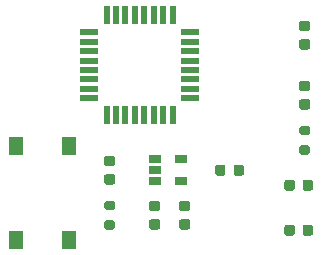
<source format=gbr>
%TF.GenerationSoftware,KiCad,Pcbnew,(5.1.9)-1*%
%TF.CreationDate,2021-04-29T17:58:46+08:00*%
%TF.ProjectId,arduino_pro_mini,61726475-696e-46f5-9f70-726f5f6d696e,rev?*%
%TF.SameCoordinates,Original*%
%TF.FileFunction,Paste,Top*%
%TF.FilePolarity,Positive*%
%FSLAX46Y46*%
G04 Gerber Fmt 4.6, Leading zero omitted, Abs format (unit mm)*
G04 Created by KiCad (PCBNEW (5.1.9)-1) date 2021-04-29 17:58:46*
%MOMM*%
%LPD*%
G01*
G04 APERTURE LIST*
%ADD10R,0.550000X1.600000*%
%ADD11R,1.600000X0.550000*%
%ADD12R,1.060000X0.650000*%
%ADD13R,1.300000X1.550000*%
G04 APERTURE END LIST*
D10*
%TO.C,U2*%
X159010000Y-44890000D03*
X158210000Y-44890000D03*
X157410000Y-44890000D03*
X156610000Y-44890000D03*
X155810000Y-44890000D03*
X155010000Y-44890000D03*
X154210000Y-44890000D03*
X153410000Y-44890000D03*
D11*
X151960000Y-43440000D03*
X151960000Y-42640000D03*
X151960000Y-41840000D03*
X151960000Y-41040000D03*
X151960000Y-40240000D03*
X151960000Y-39440000D03*
X151960000Y-38640000D03*
X151960000Y-37840000D03*
D10*
X153410000Y-36390000D03*
X154210000Y-36390000D03*
X155010000Y-36390000D03*
X155810000Y-36390000D03*
X156610000Y-36390000D03*
X157410000Y-36390000D03*
X158210000Y-36390000D03*
X159010000Y-36390000D03*
D11*
X160460000Y-37840000D03*
X160460000Y-38640000D03*
X160460000Y-39440000D03*
X160460000Y-40240000D03*
X160460000Y-41040000D03*
X160460000Y-41840000D03*
X160460000Y-42640000D03*
X160460000Y-43440000D03*
%TD*%
D12*
%TO.C,U1*%
X159680000Y-48580000D03*
X159680000Y-50480000D03*
X157480000Y-50480000D03*
X157480000Y-49530000D03*
X157480000Y-48580000D03*
%TD*%
D13*
%TO.C,SW1*%
X150205000Y-55415000D03*
X145705000Y-55415000D03*
X145705000Y-47455000D03*
X150205000Y-47455000D03*
%TD*%
%TO.C,R2*%
G36*
G01*
X153945000Y-52915000D02*
X153395000Y-52915000D01*
G75*
G02*
X153195000Y-52715000I0J200000D01*
G01*
X153195000Y-52315000D01*
G75*
G02*
X153395000Y-52115000I200000J0D01*
G01*
X153945000Y-52115000D01*
G75*
G02*
X154145000Y-52315000I0J-200000D01*
G01*
X154145000Y-52715000D01*
G75*
G02*
X153945000Y-52915000I-200000J0D01*
G01*
G37*
G36*
G01*
X153945000Y-54565000D02*
X153395000Y-54565000D01*
G75*
G02*
X153195000Y-54365000I0J200000D01*
G01*
X153195000Y-53965000D01*
G75*
G02*
X153395000Y-53765000I200000J0D01*
G01*
X153945000Y-53765000D01*
G75*
G02*
X154145000Y-53965000I0J-200000D01*
G01*
X154145000Y-54365000D01*
G75*
G02*
X153945000Y-54565000I-200000J0D01*
G01*
G37*
%TD*%
%TO.C,R1*%
G36*
G01*
X170455000Y-46565000D02*
X169905000Y-46565000D01*
G75*
G02*
X169705000Y-46365000I0J200000D01*
G01*
X169705000Y-45965000D01*
G75*
G02*
X169905000Y-45765000I200000J0D01*
G01*
X170455000Y-45765000D01*
G75*
G02*
X170655000Y-45965000I0J-200000D01*
G01*
X170655000Y-46365000D01*
G75*
G02*
X170455000Y-46565000I-200000J0D01*
G01*
G37*
G36*
G01*
X170455000Y-48215000D02*
X169905000Y-48215000D01*
G75*
G02*
X169705000Y-48015000I0J200000D01*
G01*
X169705000Y-47615000D01*
G75*
G02*
X169905000Y-47415000I200000J0D01*
G01*
X170455000Y-47415000D01*
G75*
G02*
X170655000Y-47615000I0J-200000D01*
G01*
X170655000Y-48015000D01*
G75*
G02*
X170455000Y-48215000I-200000J0D01*
G01*
G37*
%TD*%
%TO.C,D1*%
G36*
G01*
X163480000Y-49273750D02*
X163480000Y-49786250D01*
G75*
G02*
X163261250Y-50005000I-218750J0D01*
G01*
X162823750Y-50005000D01*
G75*
G02*
X162605000Y-49786250I0J218750D01*
G01*
X162605000Y-49273750D01*
G75*
G02*
X162823750Y-49055000I218750J0D01*
G01*
X163261250Y-49055000D01*
G75*
G02*
X163480000Y-49273750I0J-218750D01*
G01*
G37*
G36*
G01*
X165055000Y-49273750D02*
X165055000Y-49786250D01*
G75*
G02*
X164836250Y-50005000I-218750J0D01*
G01*
X164398750Y-50005000D01*
G75*
G02*
X164180000Y-49786250I0J218750D01*
G01*
X164180000Y-49273750D01*
G75*
G02*
X164398750Y-49055000I218750J0D01*
G01*
X164836250Y-49055000D01*
G75*
G02*
X165055000Y-49273750I0J-218750D01*
G01*
G37*
%TD*%
%TO.C,C7*%
G36*
G01*
X169930000Y-38425000D02*
X170430000Y-38425000D01*
G75*
G02*
X170655000Y-38650000I0J-225000D01*
G01*
X170655000Y-39100000D01*
G75*
G02*
X170430000Y-39325000I-225000J0D01*
G01*
X169930000Y-39325000D01*
G75*
G02*
X169705000Y-39100000I0J225000D01*
G01*
X169705000Y-38650000D01*
G75*
G02*
X169930000Y-38425000I225000J0D01*
G01*
G37*
G36*
G01*
X169930000Y-36875000D02*
X170430000Y-36875000D01*
G75*
G02*
X170655000Y-37100000I0J-225000D01*
G01*
X170655000Y-37550000D01*
G75*
G02*
X170430000Y-37775000I-225000J0D01*
G01*
X169930000Y-37775000D01*
G75*
G02*
X169705000Y-37550000I0J225000D01*
G01*
X169705000Y-37100000D01*
G75*
G02*
X169930000Y-36875000I225000J0D01*
G01*
G37*
%TD*%
%TO.C,C6*%
G36*
G01*
X169930000Y-43505000D02*
X170430000Y-43505000D01*
G75*
G02*
X170655000Y-43730000I0J-225000D01*
G01*
X170655000Y-44180000D01*
G75*
G02*
X170430000Y-44405000I-225000J0D01*
G01*
X169930000Y-44405000D01*
G75*
G02*
X169705000Y-44180000I0J225000D01*
G01*
X169705000Y-43730000D01*
G75*
G02*
X169930000Y-43505000I225000J0D01*
G01*
G37*
G36*
G01*
X169930000Y-41955000D02*
X170430000Y-41955000D01*
G75*
G02*
X170655000Y-42180000I0J-225000D01*
G01*
X170655000Y-42630000D01*
G75*
G02*
X170430000Y-42855000I-225000J0D01*
G01*
X169930000Y-42855000D01*
G75*
G02*
X169705000Y-42630000I0J225000D01*
G01*
X169705000Y-42180000D01*
G75*
G02*
X169930000Y-41955000I225000J0D01*
G01*
G37*
%TD*%
%TO.C,C5*%
G36*
G01*
X159770000Y-53665000D02*
X160270000Y-53665000D01*
G75*
G02*
X160495000Y-53890000I0J-225000D01*
G01*
X160495000Y-54340000D01*
G75*
G02*
X160270000Y-54565000I-225000J0D01*
G01*
X159770000Y-54565000D01*
G75*
G02*
X159545000Y-54340000I0J225000D01*
G01*
X159545000Y-53890000D01*
G75*
G02*
X159770000Y-53665000I225000J0D01*
G01*
G37*
G36*
G01*
X159770000Y-52115000D02*
X160270000Y-52115000D01*
G75*
G02*
X160495000Y-52340000I0J-225000D01*
G01*
X160495000Y-52790000D01*
G75*
G02*
X160270000Y-53015000I-225000J0D01*
G01*
X159770000Y-53015000D01*
G75*
G02*
X159545000Y-52790000I0J225000D01*
G01*
X159545000Y-52340000D01*
G75*
G02*
X159770000Y-52115000I225000J0D01*
G01*
G37*
%TD*%
%TO.C,C4*%
G36*
G01*
X157230000Y-53665000D02*
X157730000Y-53665000D01*
G75*
G02*
X157955000Y-53890000I0J-225000D01*
G01*
X157955000Y-54340000D01*
G75*
G02*
X157730000Y-54565000I-225000J0D01*
G01*
X157230000Y-54565000D01*
G75*
G02*
X157005000Y-54340000I0J225000D01*
G01*
X157005000Y-53890000D01*
G75*
G02*
X157230000Y-53665000I225000J0D01*
G01*
G37*
G36*
G01*
X157230000Y-52115000D02*
X157730000Y-52115000D01*
G75*
G02*
X157955000Y-52340000I0J-225000D01*
G01*
X157955000Y-52790000D01*
G75*
G02*
X157730000Y-53015000I-225000J0D01*
G01*
X157230000Y-53015000D01*
G75*
G02*
X157005000Y-52790000I0J225000D01*
G01*
X157005000Y-52340000D01*
G75*
G02*
X157230000Y-52115000I225000J0D01*
G01*
G37*
%TD*%
%TO.C,C3*%
G36*
G01*
X170010000Y-54860000D02*
X170010000Y-54360000D01*
G75*
G02*
X170235000Y-54135000I225000J0D01*
G01*
X170685000Y-54135000D01*
G75*
G02*
X170910000Y-54360000I0J-225000D01*
G01*
X170910000Y-54860000D01*
G75*
G02*
X170685000Y-55085000I-225000J0D01*
G01*
X170235000Y-55085000D01*
G75*
G02*
X170010000Y-54860000I0J225000D01*
G01*
G37*
G36*
G01*
X168460000Y-54860000D02*
X168460000Y-54360000D01*
G75*
G02*
X168685000Y-54135000I225000J0D01*
G01*
X169135000Y-54135000D01*
G75*
G02*
X169360000Y-54360000I0J-225000D01*
G01*
X169360000Y-54860000D01*
G75*
G02*
X169135000Y-55085000I-225000J0D01*
G01*
X168685000Y-55085000D01*
G75*
G02*
X168460000Y-54860000I0J225000D01*
G01*
G37*
%TD*%
%TO.C,C2*%
G36*
G01*
X170010000Y-51050000D02*
X170010000Y-50550000D01*
G75*
G02*
X170235000Y-50325000I225000J0D01*
G01*
X170685000Y-50325000D01*
G75*
G02*
X170910000Y-50550000I0J-225000D01*
G01*
X170910000Y-51050000D01*
G75*
G02*
X170685000Y-51275000I-225000J0D01*
G01*
X170235000Y-51275000D01*
G75*
G02*
X170010000Y-51050000I0J225000D01*
G01*
G37*
G36*
G01*
X168460000Y-51050000D02*
X168460000Y-50550000D01*
G75*
G02*
X168685000Y-50325000I225000J0D01*
G01*
X169135000Y-50325000D01*
G75*
G02*
X169360000Y-50550000I0J-225000D01*
G01*
X169360000Y-51050000D01*
G75*
G02*
X169135000Y-51275000I-225000J0D01*
G01*
X168685000Y-51275000D01*
G75*
G02*
X168460000Y-51050000I0J225000D01*
G01*
G37*
%TD*%
%TO.C,C1*%
G36*
G01*
X153420000Y-49855000D02*
X153920000Y-49855000D01*
G75*
G02*
X154145000Y-50080000I0J-225000D01*
G01*
X154145000Y-50530000D01*
G75*
G02*
X153920000Y-50755000I-225000J0D01*
G01*
X153420000Y-50755000D01*
G75*
G02*
X153195000Y-50530000I0J225000D01*
G01*
X153195000Y-50080000D01*
G75*
G02*
X153420000Y-49855000I225000J0D01*
G01*
G37*
G36*
G01*
X153420000Y-48305000D02*
X153920000Y-48305000D01*
G75*
G02*
X154145000Y-48530000I0J-225000D01*
G01*
X154145000Y-48980000D01*
G75*
G02*
X153920000Y-49205000I-225000J0D01*
G01*
X153420000Y-49205000D01*
G75*
G02*
X153195000Y-48980000I0J225000D01*
G01*
X153195000Y-48530000D01*
G75*
G02*
X153420000Y-48305000I225000J0D01*
G01*
G37*
%TD*%
M02*

</source>
